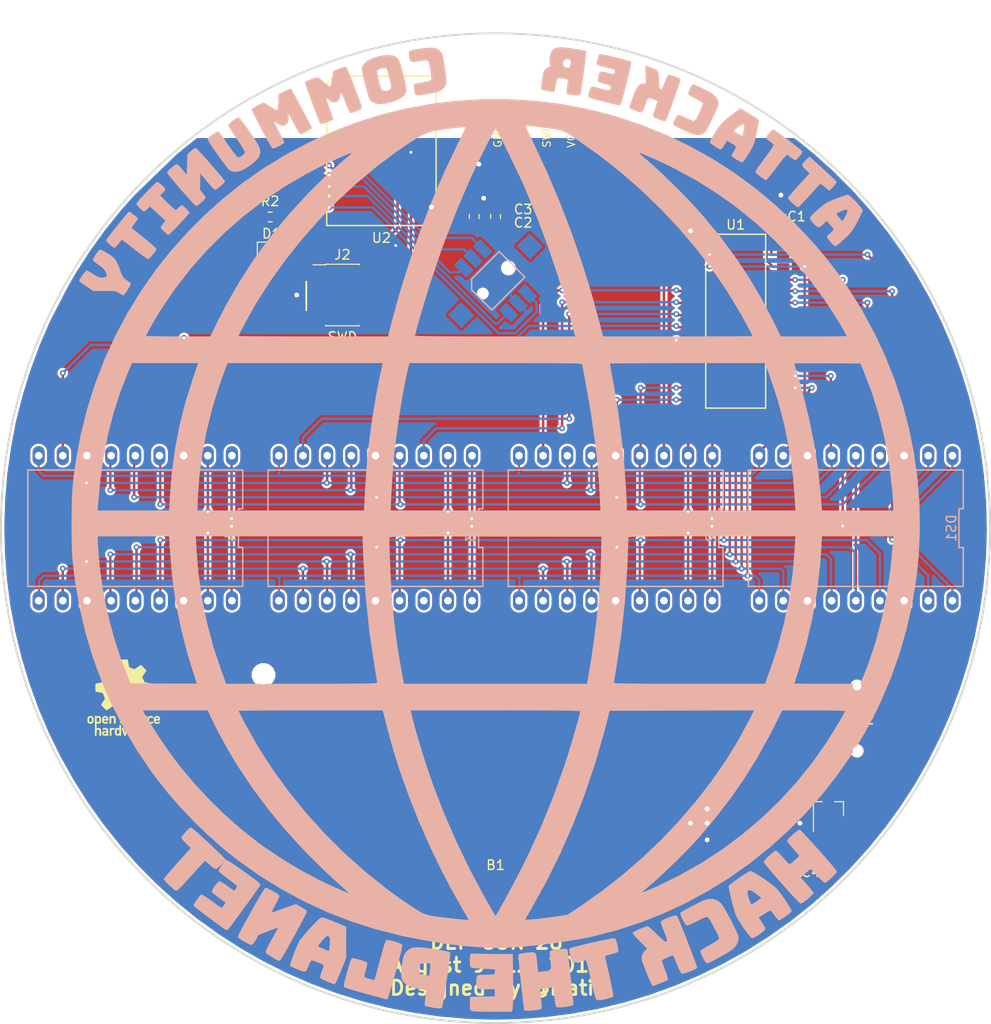
<source format=kicad_pcb>
(kicad_pcb (version 20171130) (host pcbnew 5.0.0-rc3+dfsg1-1)
  (layers (0 F.Cu signal) (31 B.Cu signal) (34 B.Paste user) (35 F.Paste user) (36 B.SilkS user) (37 F.SilkS user) (38 B.Mask user) (39 F.Mask user) (44 Edge.Cuts user))
  (net 0 "")
  (net 1 GND)
  (net 2 VDD)
  (net 3 /C)
  (net 4 /B)
  (net 5 /DP)
  (net 6 /DIG7)
  (net 7 /D)
  (net 8 /A)
  (net 9 /G2)
  (net 10 /G1)
  (net 11 /N)
  (net 12 /K)
  (net 13 /M)
  (net 14 /J)
  (net 15 "Net-(DS1-Pad3)")
  (net 16 /DIG6)
  (net 17 /L)
  (net 18 /H)
  (net 19 /E)
  (net 20 /F)
  (net 21 /DIG0)
  (net 22 "Net-(DS2-Pad3)")
  (net 23 /DIG1)
  (net 24 /DIG3)
  (net 25 "Net-(DS3-Pad3)")
  (net 26 /DIG2)
  (net 27 /DIG4)
  (net 28 "Net-(DS4-Pad3)")
  (net 29 /DIG5)
  (net 30 /SDA)
  (net 31 /SCL)
  (net 32 "Net-(U1-Pad10)")
  (net 33 /RESET)
  (net 34 "Net-(D1-Pad1)")
  (net 35 /LED1)
  (net 36 /RT)
  (net 37 /UP)
  (net 38 /CTR)
  (net 39 /DN)
  (net 40 /LT)
  (net 41 /SWDIO)
  (net 42 /SWDCLK)
  (net 43 "Net-(B1-Pad1)")
  (net 44 "Net-(B1-Pad2)")
  (net 45 "Net-(Q1-Pad3)")
  (net 46 "Net-(SW2-Pad3)")
  (net 47 "Net-(U2-Pad1)")
  (net 48 "Net-(U2-Pad2)")
  (net 49 "Net-(U2-Pad13)")
  (net 50 "Net-(J2-Pad6)")
  (net 51 "Net-(J2-Pad7)")
  (net 52 "Net-(J2-Pad8)")
  (net 53 "Net-(J2-Pad10)")
  (module DC26badge:HT16K133 (layer F.Cu) (at 180.75 58.75 270)
    (fp_text reference U1 (at -10.135 0) (layer F.SilkS))
    (fp_text value HT16K33-28)
    (pad 14 smd rect (at 8.255 4.9911 270) (size 0.76 1.3) (layers F.Cu F.Paste F.Mask) (net 12 /K))
    (pad 15 smd rect (at 8.255 -4.9911 270) (size 0.76 1.3) (layers F.Cu F.Paste F.Mask) (net 4 /B))
    (pad 13 smd rect (at 6.985 4.9911 270) (size 0.76 1.3) (layers F.Cu F.Paste F.Mask) (net 14 /J))
    (pad 16 smd rect (at 6.985 -4.9911 270) (size 0.76 1.3) (layers F.Cu F.Paste F.Mask) (net 8 /A))
    (pad 12 smd rect (at 5.715 4.9911 270) (size 0.76 1.3) (layers F.Cu F.Paste F.Mask) (net 18 /H))
    (pad 17 smd rect (at 5.715 -4.9911 270) (size 0.76 1.3) (layers F.Cu F.Paste F.Mask) (net 10 /G1))
    (pad 11 smd rect (at 4.445 4.9911 270) (size 0.76 1.3) (layers F.Cu F.Paste F.Mask) (net 20 /F))
    (pad 18 smd rect (at 4.445 -4.9911 270) (size 0.76 1.3) (layers F.Cu F.Paste F.Mask) (net 3 /C))
    (pad 10 smd rect (at 3.175 4.9911 270) (size 0.76 1.3) (layers F.Cu F.Paste F.Mask) (net 32 "Net-(U1-Pad10)"))
    (pad 19 smd rect (at 3.175 -4.9911 270) (size 0.76 1.3) (layers F.Cu F.Paste F.Mask) (net 5 /DP))
    (pad 9 smd rect (at 1.905 4.9911 270) (size 0.76 1.3) (layers F.Cu F.Paste F.Mask) (net 6 /DIG7))
    (pad 20 smd rect (at 1.905 -4.9911 270) (size 0.76 1.3) (layers F.Cu F.Paste F.Mask) (net 7 /D))
    (pad 8 smd rect (at 0.635 4.9911 270) (size 0.76 1.3) (layers F.Cu F.Paste F.Mask) (net 16 /DIG6))
    (pad 21 smd rect (at 0.635 -4.9911 270) (size 0.76 1.3) (layers F.Cu F.Paste F.Mask) (net 9 /G2))
    (pad 7 smd rect (at -0.635 4.9911 270) (size 0.76 1.3) (layers F.Cu F.Paste F.Mask) (net 29 /DIG5))
    (pad 22 smd rect (at -0.635 -4.9911 270) (size 0.76 1.3) (layers F.Cu F.Paste F.Mask) (net 13 /M))
    (pad 6 smd rect (at -1.905 4.9911 270) (size 0.76 1.3) (layers F.Cu F.Paste F.Mask) (net 27 /DIG4))
    (pad 23 smd rect (at -1.905 -4.9911 270) (size 0.76 1.3) (layers F.Cu F.Paste F.Mask) (net 11 /N))
    (pad 5 smd rect (at -3.175 4.9911 270) (size 0.76 1.3) (layers F.Cu F.Paste F.Mask) (net 24 /DIG3))
    (pad 24 smd rect (at -3.175 -4.9911 270) (size 0.76 1.3) (layers F.Cu F.Paste F.Mask) (net 17 /L))
    (pad 4 smd rect (at -4.445 4.9911 270) (size 0.76 1.3) (layers F.Cu F.Paste F.Mask) (net 26 /DIG2))
    (pad 25 smd rect (at -4.445 -4.9911 270) (size 0.76 1.3) (layers F.Cu F.Paste F.Mask) (net 19 /E))
    (pad 3 smd rect (at -5.715 4.9911 270) (size 0.76 1.3) (layers F.Cu F.Paste F.Mask) (net 23 /DIG1))
    (pad 26 smd rect (at -5.715 -4.9911 270) (size 0.76 1.3) (layers F.Cu F.Paste F.Mask) (net 31 /SCL))
    (pad 2 smd rect (at -6.985 4.9911 270) (size 0.76 1.3) (layers F.Cu F.Paste F.Mask) (net 21 /DIG0))
    (pad 27 smd rect (at -6.985 -4.9911 270) (size 0.76 1.3) (layers F.Cu F.Paste F.Mask) (net 30 /SDA))
    (pad 1 smd rect (at -8.255 4.9911 270) (size 0.76 1.3) (layers F.Cu F.Paste F.Mask) (net 1 GND))
    (pad 28 smd rect (at -8.255 -4.9911 270) (size 0.76 1.3) (layers F.Cu F.Paste F.Mask) (net 2 VDD))
  )
  (module Connector_PinHeader_1.27mm:PinHeader_2x05_P1.27mm_Vertical_SMD (layer F.Cu) (at 139.4 56)
    (fp_text reference J2 (at 0 -4.235) (layer F.SilkS))
    (fp_text value SWD (at 0 4.4) (layer F.SilkS))
    (pad 1 smd rect (at -1.95 -2.54) (size 2.4 0.74) (layers F.Cu F.Paste F.Mask) (net 2 VDD))
    (pad 2 smd rect (at 1.95 -2.54) (size 2.4 0.74) (layers F.Cu F.Paste F.Mask) (net 41 /SWDIO))
    (pad 3 smd rect (at -1.95 -1.27) (size 2.4 0.74) (layers F.Cu F.Paste F.Mask) (net 1 GND))
    (pad 4 smd rect (at 1.95 -1.27) (size 2.4 0.74) (layers F.Cu F.Paste F.Mask) (net 42 /SWDCLK))
    (pad 5 smd rect (at -1.95 0) (size 2.4 0.74) (layers F.Cu F.Paste F.Mask) (net 1 GND))
    (pad 6 smd rect (at 1.95 0) (size 2.4 0.74) (layers F.Cu F.Paste F.Mask) (net 50 "Net-(J2-Pad6)"))
    (pad 7 smd rect (at -1.95 1.27) (size 2.4 0.74) (layers F.Cu F.Paste F.Mask) (net 51 "Net-(J2-Pad7)"))
    (pad 8 smd rect (at 1.95 1.27) (size 2.4 0.74) (layers F.Cu F.Paste F.Mask) (net 52 "Net-(J2-Pad8)"))
    (pad 9 smd rect (at -1.95 2.54) (size 2.4 0.74) (layers F.Cu F.Paste F.Mask) (net 1 GND))
    (pad 10 smd rect (at 1.95 2.54) (size 2.4 0.74) (layers F.Cu F.Paste F.Mask) (net 53 "Net-(J2-Pad10)"))
  )
  (module DC26badge:SWD_POGO (layer F.Cu) (at 159.48 42.25 180)
    (fp_text reference J1 hide)
    (fp_text value SWD_POGO)
    (pad 1 smd circle (at -3.81 0 180) (size 2 2) (layers F.Cu F.Paste F.Mask) (net 2 VDD))
    (pad 2 smd circle (at -1.27 0 180) (size 2 2) (layers F.Cu F.Paste F.Mask) (net 41 /SWDIO))
    (pad 3 smd circle (at 1.27 0 180) (size 2 2) (layers F.Cu F.Paste F.Mask) (net 42 /SWDCLK))
    (pad 4 smd circle (at 3.81 0 180) (size 2 2) (layers F.Cu F.Paste F.Mask) (net 1 GND))
  )
  (module MountingHole:MountingHole_3.2mm_M3 (layer F.Cu) (at 155.5 31.5)
    (fp_text reference MK1 hide)
    (fp_text value Mounting_Hole hide)
    (pad 1 np_thru_hole circle (at 0 0) (size 3.2 3.2) (drill 3.2) (layers *.Cu *.Mask))
  )
  (module DC26badge:Keystone_1022 (layer F.Cu) (at 155.5 106)
    (fp_text reference B1 (at 0 9.906) (layer F.SilkS))
    (fp_text value Dual_AAA_Holder)
    (pad 1 smd rect (at 27.559 -5.461) (size 6.35 5.08) (layers F.Cu F.Paste F.Mask) (net 43 "Net-(B1-Pad1)"))
    (pad 2 smd rect (at -27.559 -5.461) (size 6.35 5.08) (layers F.Cu F.Paste F.Mask) (net 44 "Net-(B1-Pad2)"))
    (pad 3 smd rect (at -27.559 5.461) (size 6.35 5.08) (layers F.Cu F.Paste F.Mask) (net 44 "Net-(B1-Pad2)"))
    (pad 4 smd rect (at 27.559 5.461) (size 6.35 5.08) (layers F.Cu F.Paste F.Mask) (net 1 GND))
    (pad "" np_thru_hole circle (at -24.3967 -10.0838) (size 1.9812 1.9812) (drill 1.9812) (layers *.Cu *.Mask))
  )
  (module Capacitor_SMD:C_0603_1608Metric (layer F.Cu) (at 185.5 47.75 270)
    (fp_text reference C1 (at 0 -1.65) (layer F.SilkS))
    (fp_text value 0.1u)
    (pad 2 smd rect (at 0.875 0 270) (size 0.67 1) (layers F.Cu F.Paste F.Mask) (net 2 VDD))
    (pad 1 smd rect (at -0.875 0 270) (size 0.67 1) (layers F.Cu F.Paste F.Mask) (net 1 GND))
  )
  (module Capacitor_SMD:C_0603_1608Metric (layer F.Cu) (at 155.5 47.75 90)
    (fp_text reference C2 (at -0.65 2.9 180) (layer F.SilkS))
    (fp_text value 4.7u)
    (pad 1 smd rect (at -0.875 0 90) (size 0.67 1) (layers F.Cu F.Paste F.Mask) (net 2 VDD))
    (pad 2 smd rect (at 0.875 0 90) (size 0.67 1) (layers F.Cu F.Paste F.Mask) (net 1 GND))
  )
  (module Capacitor_SMD:C_0603_1608Metric (layer F.Cu) (at 153.25 47.75 90)
    (fp_text reference C3 (at 0.75 5.15 180) (layer F.SilkS))
    (fp_text value 0.1u)
    (pad 2 smd rect (at 0.875 0 90) (size 0.67 1) (layers F.Cu F.Paste F.Mask) (net 1 GND))
    (pad 1 smd rect (at -0.875 0 90) (size 0.67 1) (layers F.Cu F.Paste F.Mask) (net 2 VDD))
  )
  (module Capacitor_SMD:C_0603_1608Metric (layer F.Cu) (at 188.625 115 180)
    (fp_text reference C4 (at 0 -1.65 180) (layer F.SilkS))
    (fp_text value 0.1u)
    (pad 1 smd rect (at -0.875 0 180) (size 0.67 1) (layers F.Cu F.Paste F.Mask) (net 2 VDD))
    (pad 2 smd rect (at 0.875 0 180) (size 0.67 1) (layers F.Cu F.Paste F.Mask) (net 1 GND))
  )
  (module LED_SMD:LED_0603_1608Metric (layer F.Cu) (at 131.925 51.2)
    (fp_text reference D1 (at 0 -1.65) (layer F.SilkS))
    (fp_text value LED)
    (pad 1 smd rect (at -0.875 0) (size 0.67 1) (layers F.Cu F.Paste F.Mask) (net 34 "Net-(D1-Pad1)"))
    (pad 2 smd rect (at 0.875 0) (size 0.67 1) (layers F.Cu F.Paste F.Mask) (net 2 VDD))
  )
  (module DC26badge:DUAL_14SEG (layer B.Cu) (at 193.375 80.5 180)
    (fp_text reference DS1 (at -10.05 0 90) (layer B.SilkS) (effects (justify mirror)))
    (fp_text value 14_Segment_Dual_CC)
    (pad 9 thru_hole oval (at 10.16 -7.62 180) (size 1.27 2) (drill 0.8) (layers *.Cu *.Mask) (net 3 /C))
    (pad 10 thru_hole oval (at 10.16 7.62 180) (size 1.27 2) (drill 0.8) (layers *.Cu *.Mask) (net 4 /B))
    (pad 8 thru_hole oval (at 7.62 -7.62 180) (size 1.27 2) (drill 0.8) (layers *.Cu *.Mask) (net 5 /DP))
    (pad 11 thru_hole oval (at 7.62 7.62 180) (size 1.27 2) (drill 0.8) (layers *.Cu *.Mask) (net 23 /DIG1))
    (pad 7 thru_hole oval (at 5.08 -7.62 180) (size 1.27 2) (drill 0.8) (layers *.Cu *.Mask) (net 7 /D))
    (pad 12 thru_hole oval (at 5.08 7.62 180) (size 1.27 2) (drill 0.8) (layers *.Cu *.Mask) (net 8 /A))
    (pad 6 thru_hole oval (at 2.54 -7.62 180) (size 1.27 2) (drill 0.8) (layers *.Cu *.Mask) (net 9 /G2))
    (pad 13 thru_hole oval (at 2.54 7.62 180) (size 1.27 2) (drill 0.8) (layers *.Cu *.Mask) (net 10 /G1))
    (pad 5 thru_hole oval (at 0 -7.62 180) (size 1.27 2) (drill 0.8) (layers *.Cu *.Mask) (net 11 /N))
    (pad 14 thru_hole oval (at 0 7.62 180) (size 1.27 2) (drill 0.8) (layers *.Cu *.Mask) (net 12 /K))
    (pad 4 thru_hole oval (at -2.54 -7.62 180) (size 1.27 2) (drill 0.8) (layers *.Cu *.Mask) (net 13 /M))
    (pad 15 thru_hole oval (at -2.54 7.62 180) (size 1.27 2) (drill 0.8) (layers *.Cu *.Mask) (net 14 /J))
    (pad 3 thru_hole oval (at -5.08 -7.62 180) (size 1.27 2) (drill 0.8) (layers *.Cu *.Mask) (net 15 "Net-(DS1-Pad3)"))
    (pad 16 thru_hole oval (at -5.08 7.62 180) (size 1.27 2) (drill 0.8) (layers *.Cu *.Mask) (net 21 /DIG0))
    (pad 2 thru_hole oval (at -7.62 -7.62 180) (size 1.27 2) (drill 0.8) (layers *.Cu *.Mask) (net 17 /L))
    (pad 17 thru_hole oval (at -7.62 7.62 180) (size 1.27 2) (drill 0.8) (layers *.Cu *.Mask) (net 18 /H))
    (pad 1 thru_hole oval (at -10.16 -7.62 180) (size 1.27 2) (drill 0.8) (layers *.Cu *.Mask) (net 19 /E))
    (pad 18 thru_hole oval (at -10.16 7.62 180) (size 1.27 2) (drill 0.8) (layers *.Cu *.Mask) (net 20 /F))
  )
  (module DC26badge:DUAL_14SEG (layer B.Cu) (at 168.125 80.5 180)
    (fp_text reference DS2 (at -10.05 0 90) (layer B.SilkS) (effects (justify mirror)))
    (fp_text value 14_Segment_Dual_CC)
    (pad 18 thru_hole oval (at -10.16 7.62 180) (size 1.27 2) (drill 0.8) (layers *.Cu *.Mask) (net 20 /F))
    (pad 1 thru_hole oval (at -10.16 -7.62 180) (size 1.27 2) (drill 0.8) (layers *.Cu *.Mask) (net 19 /E))
    (pad 17 thru_hole oval (at -7.62 7.62 180) (size 1.27 2) (drill 0.8) (layers *.Cu *.Mask) (net 18 /H))
    (pad 2 thru_hole oval (at -7.62 -7.62 180) (size 1.27 2) (drill 0.8) (layers *.Cu *.Mask) (net 17 /L))
    (pad 16 thru_hole oval (at -5.08 7.62 180) (size 1.27 2) (drill 0.8) (layers *.Cu *.Mask) (net 26 /DIG2))
    (pad 3 thru_hole oval (at -5.08 -7.62 180) (size 1.27 2) (drill 0.8) (layers *.Cu *.Mask) (net 22 "Net-(DS2-Pad3)"))
    (pad 15 thru_hole oval (at -2.54 7.62 180) (size 1.27 2) (drill 0.8) (layers *.Cu *.Mask) (net 14 /J))
    (pad 4 thru_hole oval (at -2.54 -7.62 180) (size 1.27 2) (drill 0.8) (layers *.Cu *.Mask) (net 13 /M))
    (pad 14 thru_hole oval (at 0 7.62 180) (size 1.27 2) (drill 0.8) (layers *.Cu *.Mask) (net 12 /K))
    (pad 5 thru_hole oval (at 0 -7.62 180) (size 1.27 2) (drill 0.8) (layers *.Cu *.Mask) (net 11 /N))
    (pad 13 thru_hole oval (at 2.54 7.62 180) (size 1.27 2) (drill 0.8) (layers *.Cu *.Mask) (net 10 /G1))
    (pad 6 thru_hole oval (at 2.54 -7.62 180) (size 1.27 2) (drill 0.8) (layers *.Cu *.Mask) (net 9 /G2))
    (pad 12 thru_hole oval (at 5.08 7.62 180) (size 1.27 2) (drill 0.8) (layers *.Cu *.Mask) (net 8 /A))
    (pad 7 thru_hole oval (at 5.08 -7.62 180) (size 1.27 2) (drill 0.8) (layers *.Cu *.Mask) (net 7 /D))
    (pad 11 thru_hole oval (at 7.62 7.62 180) (size 1.27 2) (drill 0.8) (layers *.Cu *.Mask) (net 24 /DIG3))
    (pad 8 thru_hole oval (at 7.62 -7.62 180) (size 1.27 2) (drill 0.8) (layers *.Cu *.Mask) (net 5 /DP))
    (pad 10 thru_hole oval (at 10.16 7.62 180) (size 1.27 2) (drill 0.8) (layers *.Cu *.Mask) (net 4 /B))
    (pad 9 thru_hole oval (at 10.16 -7.62 180) (size 1.27 2) (drill 0.8) (layers *.Cu *.Mask) (net 3 /C))
  )
  (module DC26badge:DUAL_14SEG (layer B.Cu) (at 142.875 80.5 180)
    (fp_text reference DS3 (at -10.05 0 90) (layer B.SilkS) (effects (justify mirror)))
    (fp_text value 14_Segment_Dual_CC)
    (pad 18 thru_hole oval (at -10.16 7.62 180) (size 1.27 2) (drill 0.8) (layers *.Cu *.Mask) (net 20 /F))
    (pad 1 thru_hole oval (at -10.16 -7.62 180) (size 1.27 2) (drill 0.8) (layers *.Cu *.Mask) (net 19 /E))
    (pad 17 thru_hole oval (at -7.62 7.62 180) (size 1.27 2) (drill 0.8) (layers *.Cu *.Mask) (net 18 /H))
    (pad 2 thru_hole oval (at -7.62 -7.62 180) (size 1.27 2) (drill 0.8) (layers *.Cu *.Mask) (net 17 /L))
    (pad 16 thru_hole oval (at -5.08 7.62 180) (size 1.27 2) (drill 0.8) (layers *.Cu *.Mask) (net 27 /DIG4))
    (pad 3 thru_hole oval (at -5.08 -7.62 180) (size 1.27 2) (drill 0.8) (layers *.Cu *.Mask) (net 25 "Net-(DS3-Pad3)"))
    (pad 15 thru_hole oval (at -2.54 7.62 180) (size 1.27 2) (drill 0.8) (layers *.Cu *.Mask) (net 14 /J))
    (pad 4 thru_hole oval (at -2.54 -7.62 180) (size 1.27 2) (drill 0.8) (layers *.Cu *.Mask) (net 13 /M))
    (pad 14 thru_hole oval (at 0 7.62 180) (size 1.27 2) (drill 0.8) (layers *.Cu *.Mask) (net 12 /K))
    (pad 5 thru_hole oval (at 0 -7.62 180) (size 1.27 2) (drill 0.8) (layers *.Cu *.Mask) (net 11 /N))
    (pad 13 thru_hole oval (at 2.54 7.62 180) (size 1.27 2) (drill 0.8) (layers *.Cu *.Mask) (net 10 /G1))
    (pad 6 thru_hole oval (at 2.54 -7.62 180) (size 1.27 2) (drill 0.8) (layers *.Cu *.Mask) (net 9 /G2))
    (pad 12 thru_hole oval (at 5.08 7.62 180) (size 1.27 2) (drill 0.8) (layers *.Cu *.Mask) (net 8 /A))
    (pad 7 thru_hole oval (at 5.08 -7.62 180) (size 1.27 2) (drill 0.8) (layers *.Cu *.Mask) (net 7 /D))
    (pad 11 thru_hole oval (at 7.62 7.62 180) (size 1.27 2) (drill 0.8) (layers *.Cu *.Mask) (net 29 /DIG5))
    (pad 8 thru_hole oval (at 7.62 -7.62 180) (size 1.27 2) (drill 0.8) (layers *.Cu *.Mask) (net 5 /DP))
    (pad 10 thru_hole oval (at 10.16 7.62 180) (size 1.27 2) (drill 0.8) (layers *.Cu *.Mask) (net 4 /B))
    (pad 9 thru_hole oval (at 10.16 -7.62 180) (size 1.27 2) (drill 0.8) (layers *.Cu *.Mask) (net 3 /C))
  )
  (module DC26badge:DUAL_14SEG (layer B.Cu) (at 117.625 80.5 180)
    (fp_text reference DS4 (at -10.05 0 90) (layer B.SilkS) (effects (justify mirror)))
    (fp_text value 14_Segment_Dual_CC)
    (pad 9 thru_hole oval (at 10.16 -7.62 180) (size 1.27 2) (drill 0.8) (layers *.Cu *.Mask) (net 3 /C))
    (pad 10 thru_hole oval (at 10.16 7.62 180) (size 1.27 2) (drill 0.8) (layers *.Cu *.Mask) (net 4 /B))
    (pad 8 thru_hole oval (at 7.62 -7.62 180) (size 1.27 2) (drill 0.8) (layers *.Cu *.Mask) (net 5 /DP))
    (pad 11 thru_hole oval (at 7.62 7.62 180) (size 1.27 2) (drill 0.8) (layers *.Cu *.Mask) (net 6 /DIG7))
    (pad 7 thru_hole oval (at 5.08 -7.62 180) (size 1.27 2) (drill 0.8) (layers *.Cu *.Mask) (net 7 /D))
    (pad 12 thru_hole oval (at 5.08 7.62 180) (size 1.27 2) (drill 0.8) (layers *.Cu *.Mask) (net 8 /A))
    (pad 6 thru_hole oval (at 2.54 -7.62 180) (size 1.27 2) (drill 0.8) (layers *.Cu *.Mask) (net 9 /G2))
    (pad 13 thru_hole oval (at 2.54 7.62 180) (size 1.27 2) (drill 0.8) (layers *.Cu *.Mask) (net 10 /G1))
    (pad 5 thru_hole oval (at 0 -7.62 180) (size 1.27 2) (drill 0.8) (layers *.Cu *.Mask) (net 11 /N))
    (pad 14 thru_hole oval (at 0 7.62 180) (size 1.27 2) (drill 0.8) (layers *.Cu *.Mask) (net 12 /K))
    (pad 4 thru_hole oval (at -2.54 -7.62 180) (size 1.27 2) (drill 0.8) (layers *.Cu *.Mask) (net 13 /M))
    (pad 15 thru_hole oval (at -2.54 7.62 180) (size 1.27 2) (drill 0.8) (layers *.Cu *.Mask) (net 14 /J))
    (pad 3 thru_hole oval (at -5.08 -7.62 180) (size 1.27 2) (drill 0.8) (layers *.Cu *.Mask) (net 28 "Net-(DS4-Pad3)"))
    (pad 16 thru_hole oval (at -5.08 7.62 180) (size 1.27 2) (drill 0.8) (layers *.Cu *.Mask) (net 16 /DIG6))
    (pad 2 thru_hole oval (at -7.62 -7.62 180) (size 1.27 2) (drill 0.8) (layers *.Cu *.Mask) (net 17 /L))
    (pad 17 thru_hole oval (at -7.62 7.62 180) (size 1.27 2) (drill 0.8) (layers *.Cu *.Mask) (net 18 /H))
    (pad 1 thru_hole oval (at -10.16 -7.62 180) (size 1.27 2) (drill 0.8) (layers *.Cu *.Mask) (net 19 /E))
    (pad 18 thru_hole oval (at -10.16 7.62 180) (size 1.27 2) (drill 0.8) (layers *.Cu *.Mask) (net 20 /F))
  )
  (module Package_TO_SOT_SMD:SOT-23_Handsoldering (layer F.Cu) (at 190.5 110 90)
    (fp_text reference Q1 (at 1.6 -2.3 180) (layer F.SilkS))
    (fp_text value SSM3J338)
    (pad 1 smd rect (at -1.5 -0.95 90) (size 1.9 0.8) (layers F.Cu F.Paste F.Mask) (net 1 GND))
    (pad 2 smd rect (at -1.5 0.95 90) (size 1.9 0.8) (layers F.Cu F.Paste F.Mask) (net 2 VDD))
    (pad 3 smd rect (at 1.5 0 90) (size 1.9 0.8) (layers F.Cu F.Paste F.Mask) (net 45 "Net-(Q1-Pad3)"))
  )
  (module Resistor_SMD:R_0603_1608Metric (layer F.Cu) (at 131.8 47.8)
    (fp_text reference R2 (at 0 -1.65) (layer F.SilkS))
    (fp_text value 1k)
    (pad 1 smd rect (at -0.875 0) (size 0.67 1) (layers F.Cu F.Paste F.Mask) (net 34 "Net-(D1-Pad1)"))
    (pad 2 smd rect (at 0.875 0) (size 0.67 1) (layers F.Cu F.Paste F.Mask) (net 35 /LED1))
  )
  (module DC26badge:JOYSTICK (layer B.Cu) (at 155.5 54.5 45)
    (fp_text reference SW1 hide)
    (fp_text value JOYSTICK)
    (pad 4 smd rect (at -1.4 3.325001 45) (size 1.1 1.85) (layers B.Cu B.Paste B.Mask) (net 36 /RT))
    (pad 1 smd rect (at -1.4 -3.325001 45) (size 1.1 1.85) (layers B.Cu B.Paste B.Mask) (net 37 /UP))
    (pad 5 smd rect (at 0 3.325 45) (size 1.1 1.85) (layers B.Cu B.Paste B.Mask) (net 1 GND))
    (pad 2 smd rect (at 0 -3.325 45) (size 1.1 1.85) (layers B.Cu B.Paste B.Mask) (net 38 /CTR))
    (pad 6 smd rect (at 1.4 3.325001 45) (size 1.1 1.85) (layers B.Cu B.Paste B.Mask) (net 39 /DN))
    (pad 3 smd rect (at 1.4 -3.325001 45) (size 1.1 1.85) (layers B.Cu B.Paste B.Mask) (net 40 /LT))
    (pad "" smd rect (at 5.100001 0 45) (size 1.9 2) (layers B.Cu B.Paste B.Mask))
    (pad "" smd rect (at -5.100001 0 45) (size 1.9 2) (layers B.Cu B.Paste B.Mask))
    (pad "" np_thru_hole circle (at -1.9 0 45) (size 0.75 0.75) (drill 0.75) (layers *.Cu *.Mask))
    (pad "" np_thru_hole circle (at 1.9 0 45) (size 1.05 1.05) (drill 1.05) (layers *.Cu *.Mask))
  )
  (module DC26badge:JS102011SAQN (layer F.Cu) (at 193.5 100.5 90)
    (fp_text reference SW2 (at -0.1 0.3 180) (layer F.SilkS))
    (fp_text value SW_SPDT)
    (pad 2 smd rect (at 0 -2.75 90) (size 1.2 2.5) (layers F.Cu F.Paste F.Mask) (net 43 "Net-(B1-Pad1)"))
    (pad 1 smd rect (at -2.5 -2.75 90) (size 1.2 2.5) (layers F.Cu F.Paste F.Mask) (net 45 "Net-(Q1-Pad3)"))
    (pad 3 smd rect (at 2.5 -2.75 90) (size 1.2 2.5) (layers F.Cu F.Paste F.Mask) (net 46 "Net-(SW2-Pad3)"))
    (pad "" np_thru_hole circle (at -3.4 0 90) (size 0.9 0.9) (drill 0.9) (layers *.Cu *.Mask))
    (pad "" np_thru_hole circle (at 3.4 0 90) (size 0.9 0.9) (drill 0.9) (layers *.Cu *.Mask))
  )
  (module DC26badge:BT832 (layer F.Cu) (at 143.5 44 270)
    (fp_text reference U2 (at 6 0) (layer F.SilkS))
    (fp_text value BT832)
    (pad 16 smd rect (at -3.85 -7.25 270) (size 0.7 2) (layers F.Cu F.Paste F.Mask) (net 41 /SWDIO))
    (pad 1 smd rect (at -3.85 7.25 270) (size 0.7 2) (layers F.Cu F.Paste F.Mask) (net 47 "Net-(U2-Pad1)"))
    (pad 15 smd rect (at -2.75 -7.25 270) (size 0.7 2) (layers F.Cu F.Paste F.Mask) (net 42 /SWDCLK))
    (pad 2 smd rect (at -2.75 7.25 270) (size 0.7 2) (layers F.Cu F.Paste F.Mask) (net 48 "Net-(U2-Pad2)"))
    (pad 14 smd rect (at -1.65 -7.25 270) (size 0.7 2) (layers F.Cu F.Paste F.Mask) (net 33 /RESET))
    (pad 3 smd rect (at -1.65 7.25 270) (size 0.7 2) (layers F.Cu F.Paste F.Mask) (net 40 /LT))
    (pad 13 smd rect (at -0.55 -7.25 270) (size 0.7 2) (layers F.Cu F.Paste F.Mask) (net 49 "Net-(U2-Pad13)"))
    (pad 4 smd rect (at -0.55 7.25 270) (size 0.7 2) (layers F.Cu F.Paste F.Mask) (net 38 /CTR))
    (pad 12 smd rect (at 0.55 -7.25 270) (size 0.7 2) (layers F.Cu F.Paste F.Mask) (net 30 /SDA))
    (pad 5 smd rect (at 0.55 7.25 270) (size 0.7 2) (layers F.Cu F.Paste F.Mask) (net 37 /UP))
    (pad 11 smd rect (at 1.65 -7.25 270) (size 0.7 2) (layers F.Cu F.Paste F.Mask) (net 31 /SCL))
    (pad 6 smd rect (at 1.65 7.25 270) (size 0.7 2) (layers F.Cu F.Paste F.Mask) (net 36 /RT))
    (pad 10 smd rect (at 2.75 -7.25 270) (size 0.7 2) (layers F.Cu F.Paste F.Mask) (net 1 GND))
    (pad 7 smd rect (at 2.75 7.25 270) (size 0.7 2) (layers F.Cu F.Paste F.Mask) (net 39 /DN))
    (pad 9 smd rect (at 3.85 -7.25 270) (size 0.7 2) (layers F.Cu F.Paste F.Mask) (net 2 VDD))
    (pad 8 smd rect (at 3.85 7.25 270) (size 0.7 2) (layers F.Cu F.Paste F.Mask) (net 35 /LED1))
  )
  (module DC26badge:BG_GLOBE (layer B.Cu) (at 155.5 80 180)
    (fp_text reference G*** hide)
    (fp_text value LOGO hide)
  )
  (module Symbol:OSHW-Logo_7.5x8mm_SilkScreen (layer F.Cu) (at 116.4 98.3)
    (fp_text reference REF** hide)
    (fp_text value OSHW-Logo_7.5x8mm_SilkScreen hide)
  )
  (gr_line (start 135.6 54.6) (end 135.6 57.6) (layer F.SilkS) (width 0.2))
  (gr_text "GND\n\nSWDCLK\n\nSWDIO\n\nVCC" (at 159.6 40.6 90) (layer F.SilkS) (effects (font (size 0.8 0.8) (thickness 0.12)) (justify left)))
  (gr_text "DEF CON 26\nAugust 9-12, 2018\nDesigned by @Matir" (at 155.6 126.4) (layer F.SilkS) (effects (font (size 1.5 1.5) (thickness 0.3))))
  (gr_text "DEF CON 26\nAugust 9-12, 2018\nDesigned by @Matir" (at 155.6 126.4) (layer F.Cu) (effects (font (size 1.5 1.5) (thickness 0.3))))
  (gr_circle (center 155.5 80.5) (end 207.5 80.5) (layer Edge.Cuts) (width 0.2))
  (segment (start 146.6 41) (end 146.899999 40.700001) (width 0.25) (layer F.Cu) (net 1))
  (segment (start 146.899999 40.700001) (end 146.999999 40.700001) (width 0.25) (layer F.Cu) (net 1))
  (segment (start 146.999999 40.700001) (end 147 40.7) (width 0.25) (layer F.Cu) (net 1))
  (segment (start 148.8 40.7) (end 147 40.7) (width 0.25) (layer F.Cu) (net 1))
  (segment (start 147 40.7) (end 146.97499 40.72501) (width 0.25) (layer F.Cu) (net 1))
  (segment (start 146.02499 49.77501) (end 146.02499 41.67501) (width 0.5) (layer F.Cu) (net 1))
  (segment (start 145 50.8) (end 146.02499 49.77501) (width 0.5) (layer F.Cu) (net 1))
  (via (at 145 50.8) (size 0.6) (drill 0.3) (layers F.Cu B.Cu) (net 1))
  (via (at 146.6 41) (size 0.6) (drill 0.3) (layers F.Cu B.Cu) (net 1))
  (segment (start 135 56) (end 134.6 56) (width 1) (layer F.Cu) (net 1))
  (via (at 134.6 56) (size 1) (drill 0.5) (layers F.Cu B.Cu) (net 1))
  (segment (start 135 56) (end 135 55.4) (width 0.5) (layer F.Cu) (net 1))
  (segment (start 135 58) (end 135 56) (width 0.5) (layer F.Cu) (net 1))
  (segment (start 137.45 56) (end 135 56) (width 0.5) (layer F.Cu) (net 1))
  (segment (start 135 55.4) (end 135.67 54.73) (width 0.5) (layer F.Cu) (net 1))
  (segment (start 135.67 54.73) (end 137.45 54.73) (width 0.5) (layer F.Cu) (net 1))
  (segment (start 135.54 58.54) (end 135 58) (width 0.5) (layer F.Cu) (net 1))
  (segment (start 137.45 58.54) (end 135.54 58.54) (width 0.5) (layer F.Cu) (net 1))
  (segment (start 175.98 49.27) (end 176 49.25) (width 1) (layer F.Cu) (net 1))
  (segment (start 175.98 50.495) (end 175.98 49.27) (width 1) (layer F.Cu) (net 1))
  (via (at 176 49.25) (size 1) (drill 0.5) (layers F.Cu B.Cu) (net 1))
  (segment (start 185.5 46.875) (end 185.5 45.5) (width 1) (layer F.Cu) (net 1))
  (via (at 185.5 45.5) (size 1) (drill 0.5) (layers F.Cu B.Cu) (net 1))
  (segment (start 187.75 115) (end 187.75 111.75) (width 1) (layer F.Cu) (net 1))
  (segment (start 187.75 111.75) (end 187.5 111.5) (width 1) (layer F.Cu) (net 1))
  (via (at 176 111.5) (size 1) (drill 0.5) (layers F.Cu B.Cu) (net 1))
  (via (at 177.75 113.25) (size 1) (drill 0.5) (layers F.Cu B.Cu) (net 1))
  (via (at 177.75 110) (size 1) (drill 0.5) (layers F.Cu B.Cu) (net 1))
  (segment (start 177.75 111.5) (end 177.789 111.461) (width 1) (layer F.Cu) (net 1))
  (segment (start 183.059 111.461) (end 177.789 111.461) (width 5) (layer F.Cu) (net 1))
  (via (at 177.75 111.5) (size 1) (drill 0.5) (layers F.Cu B.Cu) (net 1))
  (segment (start 189.55 111.5) (end 187.5 111.5) (width 1) (layer F.Cu) (net 1))
  (segment (start 187.461 111.461) (end 187.5 111.5) (width 2.5) (layer F.Cu) (net 1))
  (segment (start 183.059 111.461) (end 187.461 111.461) (width 2.5) (layer F.Cu) (net 1))
  (via (at 187.5 111.5) (size 1) (drill 0.5) (layers F.Cu B.Cu) (net 1))
  (segment (start 150.75 46.75) (end 148.75 46.75) (width 0.5) (layer F.Cu) (net 1))
  (via (at 148.75 46.75) (size 1) (drill 0.5) (layers F.Cu B.Cu) (net 1))
  (segment (start 153.25 46.875) (end 154.25 46.875) (width 1) (layer F.Cu) (net 1))
  (segment (start 154.25 46.875) (end 155.5 46.875) (width 1) (layer F.Cu) (net 1))
  (segment (start 154.25 46.875) (end 154.25 45.825) (width 1) (layer F.Cu) (net 1))
  (via (at 154.25 45.825) (size 1) (drill 0.5) (layers F.Cu B.Cu) (net 1))
  (segment (start 155.67 42.25) (end 153.75 42.25) (width 1) (layer F.Cu) (net 1))
  (via (at 153.75 42.25) (size 1) (drill 0.5) (layers F.Cu B.Cu) (net 1))
  (segment (start 150.75 46.75) (end 153.125 46.75) (width 0.5) (layer F.Cu) (net 1))
  (segment (start 153.125 46.75) (end 153.25 46.875) (width 0.5) (layer F.Cu) (net 1))
  (segment (start 185.52 50.495) (end 185.52 48.645) (width 1) (layer F.Cu) (net 2))
  (segment (start 185.52 48.645) (end 185.5 48.625) (width 1) (layer F.Cu) (net 2))
  (segment (start 153.25 48.625) (end 155.5 48.625) (width 0.5) (layer F.Cu) (net 2))
  (segment (start 150.75 47.85) (end 152.475 47.85) (width 0.5) (layer F.Cu) (net 2))
  (segment (start 152.475 47.85) (end 153.25 48.625) (width 0.5) (layer F.Cu) (net 2))
  (segment (start 182 85.5) (end 182.75 85.5) (width 0.25) (layer B.Cu) (net 3))
  (segment (start 158 85.5) (end 182 85.5) (width 0.25) (layer B.Cu) (net 3))
  (via (at 182 85.5) (size 0.6) (drill 0.3) (layers F.Cu B.Cu) (net 3))
  (segment (start 182 64.25) (end 182 85.5) (width 0.25) (layer F.Cu) (net 3))
  (segment (start 183.055 63.195) (end 182 64.25) (width 0.25) (layer F.Cu) (net 3))
  (segment (start 185.52 63.195) (end 183.055 63.195) (width 0.25) (layer F.Cu) (net 3))
  (segment (start 132.75 85.5) (end 158 85.5) (width 0.25) (layer B.Cu) (net 3))
  (segment (start 108 85.5) (end 132.75 85.5) (width 0.25) (layer B.Cu) (net 3))
  (segment (start 132.715 88.12) (end 132.715 86.87) (width 0.25) (layer B.Cu) (net 3))
  (segment (start 132.715 86.87) (end 132.75 86.835) (width 0.25) (layer B.Cu) (net 3))
  (segment (start 132.75 86.835) (end 132.75 85.5) (width 0.25) (layer B.Cu) (net 3))
  (segment (start 158 87.72) (end 158 85.5) (width 0.25) (layer B.Cu) (net 3))
  (segment (start 157.965 88.12) (end 157.965 87.755) (width 0.25) (layer B.Cu) (net 3))
  (segment (start 157.965 87.755) (end 158 87.72) (width 0.25) (layer B.Cu) (net 3))
  (segment (start 107.5 86) (end 108 85.5) (width 0.25) (layer B.Cu) (net 3))
  (segment (start 107.465 88.12) (end 107.465 87.755) (width 0.25) (layer B.Cu) (net 3))
  (segment (start 107.465 87.755) (end 107.5 87.72) (width 0.25) (layer B.Cu) (net 3))
  (segment (start 182.75 85.5) (end 183.215 85.965) (width 0.25) (layer B.Cu) (net 3))
  (segment (start 107.5 87.72) (end 107.5 86) (width 0.25) (layer B.Cu) (net 3))
  (segment (start 183.215 85.965) (end 183.215 88.12) (width 0.25) (layer B.Cu) (net 3))
  (segment (start 183.215 72.515) (end 185.52 70.21) (width 0.25) (layer F.Cu) (net 4))
  (segment (start 183.215 72.88) (end 183.215 72.515) (width 0.25) (layer F.Cu) (net 4))
  (segment (start 185.52 70.21) (end 185.52 67.005) (width 0.25) (layer F.Cu) (net 4))
  (segment (start 158 75) (end 132.75 75) (width 0.25) (layer B.Cu) (net 4))
  (segment (start 182.345 75) (end 158 75) (width 0.25) (layer B.Cu) (net 4))
  (segment (start 157.965 72.88) (end 157.965 74.965) (width 0.25) (layer B.Cu) (net 4))
  (segment (start 157.965 74.965) (end 158 75) (width 0.25) (layer B.Cu) (net 4))
  (segment (start 132.75 75) (end 108 75) (width 0.25) (layer B.Cu) (net 4))
  (segment (start 132.715 72.88) (end 132.715 74.13) (width 0.25) (layer B.Cu) (net 4))
  (segment (start 132.715 74.13) (end 132.75 74.165) (width 0.25) (layer B.Cu) (net 4))
  (segment (start 132.75 74.165) (end 132.75 75) (width 0.25) (layer B.Cu) (net 4))
  (segment (start 108 75) (end 107.465 74.465) (width 0.25) (layer B.Cu) (net 4))
  (segment (start 107.465 74.465) (end 107.465 72.88) (width 0.25) (layer B.Cu) (net 4))
  (segment (start 183.215 72.88) (end 183.215 74.13) (width 0.25) (layer B.Cu) (net 4))
  (segment (start 183.215 74.13) (end 182.345 75) (width 0.25) (layer B.Cu) (net 4))
  (segment (start 181.375 84.75) (end 160.5 84.75) (width 0.25) (layer B.Cu) (net 5))
  (segment (start 181.375 63.875) (end 181.375 84.75) (width 0.25) (layer F.Cu) (net 5))
  (segment (start 185.5 84.75) (end 181.375 84.75) (width 0.25) (layer B.Cu) (net 5))
  (segment (start 183.325 61.925) (end 181.375 63.875) (width 0.25) (layer F.Cu) (net 5))
  (via (at 181.375 84.75) (size 0.6) (drill 0.3) (layers F.Cu B.Cu) (net 5))
  (segment (start 185.52 61.925) (end 183.325 61.925) (width 0.25) (layer F.Cu) (net 5))
  (segment (start 160.5 84.75) (end 135.25 84.75) (width 0.25) (layer B.Cu) (net 5))
  (segment (start 160.505 88.12) (end 160.505 84.755) (width 0.25) (layer F.Cu) (net 5))
  (segment (start 160.505 84.755) (end 160.5 84.75) (width 0.25) (layer F.Cu) (net 5))
  (via (at 160.5 84.75) (size 0.6) (drill 0.3) (layers F.Cu B.Cu) (net 5))
  (segment (start 135.25 84.75) (end 110 84.75) (width 0.25) (layer B.Cu) (net 5))
  (segment (start 135.255 84.755) (end 135.25 84.75) (width 0.25) (layer F.Cu) (net 5))
  (segment (start 135.255 88.12) (end 135.255 84.755) (width 0.25) (layer F.Cu) (net 5))
  (via (at 135.25 84.75) (size 0.6) (drill 0.3) (layers F.Cu B.Cu) (net 5))
  (segment (start 110 84.75) (end 110 88.115) (width 0.25) (layer F.Cu) (net 5))
  (segment (start 110 88.115) (end 110.005 88.12) (width 0.25) (layer F.Cu) (net 5))
  (via (at 110 84.75) (size 0.6) (drill 0.3) (layers F.Cu B.Cu) (net 5))
  (segment (start 185.755 85.005) (end 185.5 84.75) (width 0.25) (layer B.Cu) (net 5))
  (segment (start 185.755 88.12) (end 185.755 85.005) (width 0.25) (layer B.Cu) (net 5))
  (segment (start 110 64.2) (end 110 72.875) (width 0.25) (layer F.Cu) (net 6))
  (segment (start 110 72.875) (end 110.005 72.88) (width 0.25) (layer F.Cu) (net 6))
  (segment (start 157.63641 61.25) (end 113 61.25) (width 0.25) (layer B.Cu) (net 6))
  (segment (start 110 64.2) (end 112.95 61.25) (width 0.25) (layer B.Cu) (net 6))
  (segment (start 112.95 61.25) (end 113 61.25) (width 0.25) (layer B.Cu) (net 6))
  (segment (start 159.5 61.25) (end 157.63641 61.25) (width 0.25) (layer B.Cu) (net 6))
  (segment (start 160 60.75) (end 159.5 61.25) (width 0.25) (layer B.Cu) (net 6))
  (via (at 110 64.2) (size 0.6) (drill 0.3) (layers F.Cu B.Cu) (net 6))
  (segment (start 174.5 60.75) (end 160 60.75) (width 0.25) (layer B.Cu) (net 6))
  (segment (start 174.595 60.655) (end 174.5 60.75) (width 0.25) (layer F.Cu) (net 6))
  (segment (start 175.98 60.655) (end 174.595 60.655) (width 0.25) (layer F.Cu) (net 6))
  (via (at 174.5 60.75) (size 0.6) (drill 0.3) (layers F.Cu B.Cu) (net 6))
  (segment (start 184 60.655) (end 183.95859 60.655) (width 0.25) (layer F.Cu) (net 7))
  (segment (start 183.595 60.655) (end 184 60.655) (width 0.25) (layer F.Cu) (net 7))
  (segment (start 185.52 60.655) (end 184 60.655) (width 0.25) (layer F.Cu) (net 7))
  (segment (start 180.75 84) (end 180.75 63.5) (width 0.25) (layer F.Cu) (net 7))
  (segment (start 180.75 63.5) (end 183.595 60.655) (width 0.25) (layer F.Cu) (net 7))
  (segment (start 180.75 84) (end 163 84) (width 0.25) (layer B.Cu) (net 7))
  (segment (start 187.5 84) (end 180.75 84) (width 0.25) (layer B.Cu) (net 7))
  (via (at 180.75 84) (size 0.6) (drill 0.3) (layers F.Cu B.Cu) (net 7))
  (segment (start 163 84) (end 137.75 84) (width 0.25) (layer B.Cu) (net 7))
  (segment (start 163.045 88.12) (end 163.045 84.045) (width 0.25) (layer F.Cu) (net 7))
  (segment (start 163.045 84.045) (end 163 84) (width 0.25) (layer F.Cu) (net 7))
  (via (at 163 84) (size 0.6) (drill 0.3) (layers F.Cu B.Cu) (net 7))
  (segment (start 137.75 84) (end 112.5 84) (width 0.25) (layer B.Cu) (net 7))
  (segment (start 137.795 88.12) (end 137.795 84.045) (width 0.25) (layer F.Cu) (net 7))
  (segment (start 137.795 84.045) (end 137.75 84) (width 0.25) (layer F.Cu) (net 7))
  (via (at 137.75 84) (size 0.6) (drill 0.3) (layers F.Cu B.Cu) (net 7))
  (segment (start 112.5 84) (end 112.5 88.075) (width 0.25) (layer F.Cu) (net 7))
  (segment (start 112.5 88.075) (end 112.545 88.12) (width 0.25) (layer F.Cu) (net 7))
  (segment (start 188.295 84.795) (end 187.5 84) (width 0.25) (layer B.Cu) (net 7))
  (via (at 112.5 84) (size 0.6) (drill 0.3) (layers F.Cu B.Cu) (net 7))
  (segment (start 188.295 88.12) (end 188.295 84.795) (width 0.25) (layer B.Cu) (net 7))
  (segment (start 188.75 65.75) (end 188.450001 66.049999) (width 0.25) (layer F.Cu) (net 8))
  (segment (start 188.450001 66.049999) (end 188.450001 71.474999) (width 0.25) (layer F.Cu) (net 8))
  (segment (start 188.295 71.63) (end 188.295 72.88) (width 0.25) (layer F.Cu) (net 8))
  (segment (start 188.450001 71.474999) (end 188.295 71.63) (width 0.25) (layer F.Cu) (net 8))
  (segment (start 187 65.75) (end 188.75 65.75) (width 0.25) (layer B.Cu) (net 8))
  (via (at 188.75 65.75) (size 0.6) (drill 0.3) (layers F.Cu B.Cu) (net 8))
  (segment (start 186.985 65.735) (end 187 65.75) (width 0.25) (layer F.Cu) (net 8))
  (segment (start 185.52 65.735) (end 186.985 65.735) (width 0.25) (layer F.Cu) (net 8))
  (via (at 187 65.75) (size 0.6) (drill 0.3) (layers F.Cu B.Cu) (net 8))
  (segment (start 163 75.75) (end 137.75 75.75) (width 0.25) (layer B.Cu) (net 8))
  (segment (start 163.045 72.88) (end 163.045 75.705) (width 0.25) (layer F.Cu) (net 8))
  (segment (start 184.607659 75.75) (end 163 75.75) (width 0.25) (layer B.Cu) (net 8))
  (segment (start 163.045 75.705) (end 163 75.75) (width 0.25) (layer F.Cu) (net 8))
  (via (at 163 75.75) (size 0.6) (drill 0.3) (layers F.Cu B.Cu) (net 8))
  (segment (start 137.75 75.75) (end 112.5 75.75) (width 0.25) (layer B.Cu) (net 8))
  (segment (start 137.795 72.88) (end 137.795 75.705) (width 0.25) (layer F.Cu) (net 8))
  (segment (start 137.795 75.705) (end 137.75 75.75) (width 0.25) (layer F.Cu) (net 8))
  (via (at 137.75 75.75) (size 0.6) (drill 0.3) (layers F.Cu B.Cu) (net 8))
  (segment (start 112.5 75.75) (end 112.5 72.925) (width 0.25) (layer F.Cu) (net 8))
  (segment (start 112.5 72.925) (end 112.545 72.88) (width 0.25) (layer F.Cu) (net 8))
  (via (at 112.5 75.75) (size 0.6) (drill 0.3) (layers F.Cu B.Cu) (net 8))
  (segment (start 188.25 74.175) (end 186.675 75.75) (width 0.25) (layer B.Cu) (net 8))
  (segment (start 186.675 75.75) (end 184.607659 75.75) (width 0.25) (layer B.Cu) (net 8))
  (segment (start 188.295 72.88) (end 188.295 74.13) (width 0.25) (layer B.Cu) (net 8))
  (segment (start 188.295 74.13) (end 188.25 74.175) (width 0.25) (layer B.Cu) (net 8))
  (segment (start 180.125 83.25) (end 180 83.25) (width 0.25) (layer B.Cu) (net 9))
  (segment (start 190.25 83.25) (end 180.125 83.25) (width 0.25) (layer B.Cu) (net 9))
  (via (at 180.125 83.25) (size 0.6) (drill 0.3) (layers F.Cu B.Cu) (net 9))
  (segment (start 183.865 59.385) (end 180.125 63.125) (width 0.25) (layer F.Cu) (net 9))
  (segment (start 180.125 63.125) (end 180.125 83.25) (width 0.25) (layer F.Cu) (net 9))
  (segment (start 185.52 59.385) (end 183.865 59.385) (width 0.25) (layer F.Cu) (net 9))
  (segment (start 180 83.25) (end 165.5 83.25) (width 0.25) (layer B.Cu) (net 9))
  (segment (start 165.5 83.25) (end 140.25 83.25) (width 0.25) (layer B.Cu) (net 9))
  (segment (start 165.585 88.12) (end 165.585 83.335) (width 0.25) (layer F.Cu) (net 9))
  (segment (start 165.585 83.335) (end 165.5 83.25) (width 0.25) (layer F.Cu) (net 9))
  (via (at 165.5 83.25) (size 0.6) (drill 0.3) (layers F.Cu B.Cu) (net 9))
  (segment (start 140.25 83.25) (end 115 83.25) (width 0.25) (layer B.Cu) (net 9))
  (segment (start 140.335 88.12) (end 140.335 83.335) (width 0.25) (layer F.Cu) (net 9))
  (via (at 140.25 83.25) (size 0.6) (drill 0.3) (layers F.Cu B.Cu) (net 9))
  (segment (start 140.335 83.335) (end 140.25 83.25) (width 0.25) (layer F.Cu) (net 9))
  (segment (start 115 83.25) (end 115 88.035) (width 0.25) (layer F.Cu) (net 9))
  (segment (start 115 88.035) (end 115.085 88.12) (width 0.25) (layer F.Cu) (net 9))
  (via (at 115 83.25) (size 0.6) (drill 0.3) (layers F.Cu B.Cu) (net 9))
  (segment (start 190.75 83.75) (end 190.25 83.25) (width 0.25) (layer B.Cu) (net 9))
  (segment (start 190.75 86.785) (end 190.75 83.75) (width 0.25) (layer B.Cu) (net 9))
  (segment (start 190.835 88.12) (end 190.835 86.87) (width 0.25) (layer B.Cu) (net 9))
  (segment (start 190.835 86.87) (end 190.75 86.785) (width 0.25) (layer B.Cu) (net 9))
  (segment (start 190.75 64.5) (end 190.75 72.795) (width 0.25) (layer F.Cu) (net 10))
  (segment (start 190.75 72.795) (end 190.835 72.88) (width 0.25) (layer F.Cu) (net 10))
  (segment (start 187 64.5) (end 190.75 64.5) (width 0.25) (layer B.Cu) (net 10))
  (via (at 190.75 64.5) (size 0.6) (drill 0.3) (layers F.Cu B.Cu) (net 10))
  (segment (start 186.965 64.465) (end 187 64.5) (width 0.25) (layer F.Cu) (net 10))
  (segment (start 185.52 64.465) (end 186.965 64.465) (width 0.25) (layer F.Cu) (net 10))
  (via (at 187 64.5) (size 0.6) (drill 0.3) (layers F.Cu B.Cu) (net 10))
  (segment (start 190.835 74.165) (end 188.5 76.5) (width 0.25) (layer B.Cu) (net 10))
  (segment (start 188.5 76.5) (end 187.58 76.5) (width 0.25) (layer B.Cu) (net 10))
  (segment (start 190.835 72.88) (end 190.835 74.165) (width 0.25) (layer B.Cu) (net 10))
  (segment (start 165.5 76.5) (end 140.25 76.5) (width 0.25) (layer B.Cu) (net 10))
  (segment (start 187.58 76.5) (end 165.5 76.5) (width 0.25) (layer B.Cu) (net 10))
  (segment (start 165.585 72.88) (end 165.585 76.415) (width 0.25) (layer F.Cu) (net 10))
  (segment (start 165.585 76.415) (end 165.5 76.5) (width 0.25) (layer F.Cu) (net 10))
  (via (at 165.5 76.5) (size 0.6) (drill 0.3) (layers F.Cu B.Cu) (net 10))
  (segment (start 140.25 76.5) (end 115 76.5) (width 0.25) (layer B.Cu) (net 10))
  (via (at 140.25 76.5) (size 0.6) (drill 0.3) (layers F.Cu B.Cu) (net 10))
  (segment (start 140.335 72.88) (end 140.335 76.415) (width 0.25) (layer F.Cu) (net 10))
  (segment (start 140.335 76.415) (end 140.25 76.5) (width 0.25) (layer F.Cu) (net 10))
  (segment (start 115 76.5) (end 115 72.965) (width 0.25) (layer F.Cu) (net 10))
  (segment (start 115 72.965) (end 115.085 72.88) (width 0.25) (layer F.Cu) (net 10))
  (via (at 115 76.5) (size 0.6) (drill 0.3) (layers F.Cu B.Cu) (net 10))
  (segment (start 190.835 72.88) (end 190.835 73.245) (width 0.25) (layer B.Cu) (net 10))
  (segment (start 187 56.8) (end 185.565 56.8) (width 0.25) (layer F.Cu) (net 11))
  (segment (start 185.565 56.8) (end 185.52 56.845) (width 0.25) (layer F.Cu) (net 11))
  (segment (start 194.6 56.8) (end 187 56.8) (width 0.25) (layer B.Cu) (net 11))
  (via (at 187 56.8) (size 0.6) (drill 0.3) (layers F.Cu B.Cu) (net 11))
  (segment (start 194.6 74) (end 194.6 56.8) (width 0.25) (layer F.Cu) (net 11))
  (via (at 194.6 56.8) (size 0.6) (drill 0.3) (layers F.Cu B.Cu) (net 11))
  (segment (start 193.375 75.225) (end 194.6 74) (width 0.25) (layer F.Cu) (net 11))
  (segment (start 193.375 88.12) (end 193.375 75.225) (width 0.25) (layer F.Cu) (net 11))
  (segment (start 181 82.5) (end 168.25 82.5) (width 0.25) (layer B.Cu) (net 11))
  (segment (start 192.75 82.5) (end 181 82.5) (width 0.25) (layer B.Cu) (net 11))
  (segment (start 168.25 82.5) (end 143 82.5) (width 0.25) (layer B.Cu) (net 11))
  (segment (start 168.125 88.12) (end 168.125 82.625) (width 0.25) (layer F.Cu) (net 11))
  (segment (start 168.125 82.625) (end 168.25 82.5) (width 0.25) (layer F.Cu) (net 11))
  (via (at 168.25 82.5) (size 0.6) (drill 0.3) (layers F.Cu B.Cu) (net 11))
  (segment (start 143 82.5) (end 117.75 82.5) (width 0.25) (layer B.Cu) (net 11))
  (via (at 143 82.5) (size 0.6) (drill 0.3) (layers F.Cu B.Cu) (net 11))
  (segment (start 142.875 88.12) (end 142.875 82.625) (width 0.25) (layer F.Cu) (net 11))
  (segment (start 142.875 82.625) (end 143 82.5) (width 0.25) (layer F.Cu) (net 11))
  (segment (start 117.75 82.5) (end 117.75 87.995) (width 0.25) (layer F.Cu) (net 11))
  (segment (start 117.75 87.995) (end 117.625 88.12) (width 0.25) (layer F.Cu) (net 11))
  (via (at 117.75 82.5) (size 0.6) (drill 0.3) (layers F.Cu B.Cu) (net 11))
  (segment (start 193.25 83) (end 192.75 82.5) (width 0.25) (layer B.Cu) (net 11))
  (segment (start 193.25 86.745) (end 193.25 83) (width 0.25) (layer B.Cu) (net 11))
  (segment (start 193.375 88.12) (end 193.375 86.87) (width 0.25) (layer B.Cu) (net 11))
  (segment (start 193.375 86.87) (end 193.25 86.745) (width 0.25) (layer B.Cu) (net 11))
  (segment (start 168.25 67) (end 168.25 72.755) (width 0.25) (layer F.Cu) (net 12))
  (segment (start 168.25 72.755) (end 168.125 72.88) (width 0.25) (layer F.Cu) (net 12))
  (segment (start 174.5 67) (end 168.25 67) (width 0.25) (layer B.Cu) (net 12))
  (via (at 168.25 67) (size 0.6) (drill 0.3) (layers F.Cu B.Cu) (net 12))
  (segment (start 174.505 67.005) (end 174.5 67) (width 0.25) (layer F.Cu) (net 12))
  (segment (start 175.98 67.005) (end 174.505 67.005) (width 0.25) (layer F.Cu) (net 12))
  (via (at 174.5 67) (size 0.6) (drill 0.3) (layers F.Cu B.Cu) (net 12))
  (segment (start 168.25 77.25) (end 143 77.25) (width 0.25) (layer B.Cu) (net 12))
  (segment (start 190.255 77.25) (end 168.25 77.25) (width 0.25) (layer B.Cu) (net 12))
  (segment (start 168.125 72.88) (end 168.125 77.125) (width 0.25) (layer F.Cu) (net 12))
  (via (at 168.25 77.25) (size 0.6) (drill 0.3) (layers F.Cu B.Cu) (net 12))
  (segment (start 168.125 77.125) (end 168.25 77.25) (width 0.25) (layer F.Cu) (net 12))
  (segment (start 143 77.25) (end 117.5 77.25) (width 0.25) (layer B.Cu) (net 12))
  (via (at 143 77.25) (size 0.6) (drill 0.3) (layers F.Cu B.Cu) (net 12))
  (segment (start 142.875 77.125) (end 143 77.25) (width 0.25) (layer F.Cu) (net 12))
  (segment (start 142.875 72.88) (end 142.875 77.125) (width 0.25) (layer F.Cu) (net 12))
  (segment (start 117.5 77.25) (end 117.5 73.005) (width 0.25) (layer F.Cu) (net 12))
  (segment (start 117.5 73.005) (end 117.625 72.88) (width 0.25) (layer F.Cu) (net 12))
  (via (at 117.5 77.25) (size 0.6) (drill 0.3) (layers F.Cu B.Cu) (net 12))
  (segment (start 193.375 72.88) (end 193.375 74.13) (width 0.25) (layer B.Cu) (net 12))
  (segment (start 193.375 74.13) (end 190.255 77.25) (width 0.25) (layer B.Cu) (net 12))
  (segment (start 179.5 81.75) (end 170.75 81.75) (width 0.25) (layer B.Cu) (net 13))
  (segment (start 185.52 58.115) (end 184.49859 58.115) (width 0.25) (layer F.Cu) (net 13))
  (segment (start 184.49859 58.115) (end 179.5 63.11359) (width 0.25) (layer F.Cu) (net 13))
  (segment (start 181.75 81.75) (end 179.5 81.75) (width 0.25) (layer B.Cu) (net 13))
  (segment (start 179.5 63.11359) (end 179.5 81.75) (width 0.25) (layer F.Cu) (net 13))
  (via (at 179.5 81.75) (size 0.6) (drill 0.3) (layers F.Cu B.Cu) (net 13))
  (segment (start 194.5 81.75) (end 181.75 81.75) (width 0.25) (layer B.Cu) (net 13))
  (segment (start 170.75 81.75) (end 145.5 81.75) (width 0.25) (layer B.Cu) (net 13))
  (via (at 170.75 81.75) (size 0.6) (drill 0.3) (layers F.Cu B.Cu) (net 13))
  (segment (start 170.665 88.12) (end 170.665 81.835) (width 0.25) (layer F.Cu) (net 13))
  (segment (start 170.665 81.835) (end 170.75 81.75) (width 0.25) (layer F.Cu) (net 13))
  (segment (start 145.5 81.75) (end 120.25 81.75) (width 0.25) (layer B.Cu) (net 13))
  (via (at 145.5 81.75) (size 0.6) (drill 0.3) (layers F.Cu B.Cu) (net 13))
  (segment (start 145.415 88.12) (end 145.415 81.835) (width 0.25) (layer F.Cu) (net 13))
  (segment (start 145.415 81.835) (end 145.5 81.75) (width 0.25) (layer F.Cu) (net 13))
  (segment (start 120.25 81.75) (end 120.25 88.035) (width 0.25) (layer F.Cu) (net 13))
  (segment (start 120.25 88.035) (end 120.165 88.12) (width 0.25) (layer F.Cu) (net 13))
  (via (at 120.25 81.75) (size 0.6) (drill 0.3) (layers F.Cu B.Cu) (net 13))
  (segment (start 195.915 83.165) (end 194.5 81.75) (width 0.25) (layer B.Cu) (net 13))
  (segment (start 195.915 88.12) (end 195.915 83.165) (width 0.25) (layer B.Cu) (net 13))
  (segment (start 170.75 65.75) (end 170.75 72.795) (width 0.25) (layer F.Cu) (net 14))
  (segment (start 170.75 72.795) (end 170.665 72.88) (width 0.25) (layer F.Cu) (net 14))
  (segment (start 174.5 65.75) (end 170.75 65.75) (width 0.25) (layer B.Cu) (net 14))
  (via (at 170.75 65.75) (size 0.6) (drill 0.3) (layers F.Cu B.Cu) (net 14))
  (segment (start 174.515 65.735) (end 174.5 65.75) (width 0.25) (layer F.Cu) (net 14))
  (segment (start 175.98 65.735) (end 174.515 65.735) (width 0.25) (layer F.Cu) (net 14))
  (via (at 174.5 65.75) (size 0.6) (drill 0.3) (layers F.Cu B.Cu) (net 14))
  (segment (start 170.75 78) (end 145.5 78) (width 0.25) (layer B.Cu) (net 14))
  (segment (start 170.665 77.915) (end 170.75 78) (width 0.25) (layer F.Cu) (net 14))
  (segment (start 192 78) (end 170.75 78) (width 0.25) (layer B.Cu) (net 14))
  (segment (start 170.665 72.88) (end 170.665 77.915) (width 0.25) (layer F.Cu) (net 14))
  (via (at 170.75 78) (size 0.6) (drill 0.3) (layers F.Cu B.Cu) (net 14))
  (segment (start 145.5 78) (end 120.25 78) (width 0.25) (layer B.Cu) (net 14))
  (segment (start 145.415 77.915) (end 145.5 78) (width 0.25) (layer F.Cu) (net 14))
  (via (at 145.5 78) (size 0.6) (drill 0.3) (layers F.Cu B.Cu) (net 14))
  (segment (start 145.415 72.88) (end 145.415 77.915) (width 0.25) (layer F.Cu) (net 14))
  (segment (start 120.25 78) (end 120.25 72.965) (width 0.25) (layer F.Cu) (net 14))
  (segment (start 120.25 72.965) (end 120.165 72.88) (width 0.25) (layer F.Cu) (net 14))
  (via (at 120.25 78) (size 0.6) (drill 0.3) (layers F.Cu B.Cu) (net 14))
  (segment (start 195.75 74.25) (end 192 78) (width 0.25) (layer B.Cu) (net 14))
  (segment (start 195.75 73.41) (end 195.75 74.25) (width 0.25) (layer B.Cu) (net 14))
  (segment (start 195.915 72.88) (end 195.915 73.245) (width 0.25) (layer B.Cu) (net 14))
  (segment (start 195.915 73.245) (end 195.75 73.41) (width 0.25) (layer B.Cu) (net 14))
  (segment (start 122.75 60.5) (end 122.75 72.835) (width 0.25) (layer F.Cu) (net 16))
  (segment (start 122.75 72.835) (end 122.705 72.88) (width 0.25) (layer F.Cu) (net 16))
  (segment (start 157.75 60.5) (end 122.75 60.5) (width 0.25) (layer B.Cu) (net 16))
  (segment (start 159 59.25) (end 157.75 60.5) (width 0.25) (layer B.Cu) (net 16))
  (via (at 122.75 60.5) (size 0.6) (drill 0.3) (layers F.Cu B.Cu) (net 16))
  (segment (start 174.5 59.25) (end 159 59.25) (width 0.25) (layer B.Cu) (net 16))
  (segment (start 174.635 59.385) (end 174.5 59.25) (width 0.25) (layer F.Cu) (net 16))
  (segment (start 175.98 59.385) (end 174.635 59.385) (width 0.25) (layer F.Cu) (net 16))
  (via (at 174.5 59.25) (size 0.6) (drill 0.3) (layers F.Cu B.Cu) (net 16))
  (segment (start 197.2 81.7) (end 196.5 81) (width 0.25) (layer B.Cu) (net 17))
  (segment (start 197.2 56.024264) (end 197.2 81.7) (width 0.25) (layer F.Cu) (net 17))
  (segment (start 200.995 85.495) (end 197.2 81.7) (width 0.25) (layer B.Cu) (net 17))
  (via (at 197.2 81.7) (size 0.6) (drill 0.3) (layers F.Cu B.Cu) (net 17))
  (segment (start 197.2 55.6) (end 197.2 56.024264) (width 0.25) (layer F.Cu) (net 17))
  (segment (start 187 55.6) (end 197.4 55.6) (width 0.25) (layer B.Cu) (net 17))
  (via (at 197.2 55.6) (size 0.6) (drill 0.3) (layers F.Cu B.Cu) (net 17))
  (segment (start 186.975 55.575) (end 187 55.6) (width 0.25) (layer F.Cu) (net 17))
  (segment (start 185.52 55.575) (end 186.975 55.575) (width 0.25) (layer F.Cu) (net 17))
  (via (at 187 55.6) (size 0.6) (drill 0.3) (layers F.Cu B.Cu) (net 17))
  (segment (start 180.25 81) (end 175.75 81) (width 0.25) (layer B.Cu) (net 17))
  (segment (start 196.5 81) (end 180.25 81) (width 0.25) (layer B.Cu) (net 17))
  (segment (start 175.75 81) (end 150.5 81) (width 0.25) (layer B.Cu) (net 17))
  (segment (start 175.745 88.12) (end 175.745 81.005) (width 0.25) (layer F.Cu) (net 17))
  (segment (start 175.745 81.005) (end 175.75 81) (width 0.25) (layer F.Cu) (net 17))
  (via (at 175.75 81) (size 0.6) (drill 0.3) (layers F.Cu B.Cu) (net 17))
  (segment (start 150.5 81) (end 125.25 81) (width 0.25) (layer B.Cu) (net 17))
  (segment (start 150.495 88.12) (end 150.495 81.005) (width 0.25) (layer F.Cu) (net 17))
  (segment (start 150.495 81.005) (end 150.5 81) (width 0.25) (layer F.Cu) (net 17))
  (via (at 150.5 81) (size 0.6) (drill 0.3) (layers F.Cu B.Cu) (net 17))
  (segment (start 125.25 81) (end 125.25 88.115) (width 0.25) (layer F.Cu) (net 17))
  (segment (start 125.25 88.115) (end 125.245 88.12) (width 0.25) (layer F.Cu) (net 17))
  (via (at 125.25 81) (size 0.6) (drill 0.3) (layers F.Cu B.Cu) (net 17))
  (segment (start 200.995 88.12) (end 200.995 85.495) (width 0.25) (layer B.Cu) (net 17))
  (segment (start 177 64.635) (end 177 70.375) (width 0.25) (layer F.Cu) (net 18))
  (segment (start 177 70.375) (end 175.745 71.63) (width 0.25) (layer F.Cu) (net 18))
  (segment (start 175.745 71.63) (end 175.745 72.88) (width 0.25) (layer F.Cu) (net 18))
  (segment (start 175.98 64.465) (end 176.83 64.465) (width 0.25) (layer F.Cu) (net 18))
  (segment (start 176.83 64.465) (end 177 64.635) (width 0.25) (layer F.Cu) (net 18))
  (segment (start 175.75 78.75) (end 150.5 78.75) (width 0.25) (layer B.Cu) (net 18))
  (segment (start 196.75 78.75) (end 175.75 78.75) (width 0.25) (layer B.Cu) (net 18))
  (segment (start 175.745 72.88) (end 175.745 78.745) (width 0.25) (layer F.Cu) (net 18))
  (segment (start 175.745 78.745) (end 175.75 78.75) (width 0.25) (layer F.Cu) (net 18))
  (via (at 175.75 78.75) (size 0.6) (drill 0.3) (layers F.Cu B.Cu) (net 18))
  (segment (start 150.5 78.75) (end 125.25 78.75) (width 0.25) (layer B.Cu) (net 18))
  (segment (start 150.495 72.88) (end 150.495 78.745) (width 0.25) (layer F.Cu) (net 18))
  (segment (start 150.495 78.745) (end 150.5 78.75) (width 0.25) (layer F.Cu) (net 18))
  (via (at 150.5 78.75) (size 0.6) (drill 0.3) (layers F.Cu B.Cu) (net 18))
  (segment (start 125.25 78.75) (end 125.25 72.885) (width 0.25) (layer F.Cu) (net 18))
  (segment (start 125.25 72.885) (end 125.245 72.88) (width 0.25) (layer F.Cu) (net 18))
  (via (at 125.25 78.75) (size 0.6) (drill 0.3) (layers F.Cu B.Cu) (net 18))
  (segment (start 200.995 74.505) (end 196.75 78.75) (width 0.25) (layer B.Cu) (net 18))
  (segment (start 200.995 72.88) (end 200.995 74.505) (width 0.25) (layer B.Cu) (net 18))
  (segment (start 187 54.4) (end 185.615 54.4) (width 0.25) (layer F.Cu) (net 19))
  (segment (start 185.615 54.4) (end 185.52 54.305) (width 0.25) (layer F.Cu) (net 19))
  (segment (start 192 54.4) (end 187 54.4) (width 0.25) (layer B.Cu) (net 19))
  (via (at 187 54.4) (size 0.6) (drill 0.3) (layers F.Cu B.Cu) (net 19))
  (segment (start 192 80.263167) (end 192 54.4) (width 0.25) (layer F.Cu) (net 19))
  (via (at 192 54.4) (size 0.6) (drill 0.3) (layers F.Cu B.Cu) (net 19))
  (segment (start 196.915 80.25) (end 192 80.263167) (width 0.25) (layer B.Cu) (net 19))
  (segment (start 192 80.263167) (end 179.5 80.296654) (width 0.25) (layer B.Cu) (net 19))
  (via (at 192 80.263167) (size 0.6) (drill 0.3) (layers F.Cu B.Cu) (net 19))
  (segment (start 179.5 80.296654) (end 178.25 80.300003) (width 0.25) (layer B.Cu) (net 19))
  (segment (start 178.25 80.300003) (end 153 80.300003) (width 0.25) (layer B.Cu) (net 19))
  (via (at 178.25 80.300003) (size 0.6) (drill 0.3) (layers F.Cu B.Cu) (net 19))
  (segment (start 178.285 88.12) (end 178.285 80.335003) (width 0.25) (layer F.Cu) (net 19))
  (segment (start 178.285 80.335003) (end 178.25 80.300003) (width 0.25) (layer F.Cu) (net 19))
  (segment (start 153 80.300003) (end 127.800003 80.25) (width 0.25) (layer B.Cu) (net 19))
  (segment (start 153.035 88.12) (end 153.035 80.335003) (width 0.25) (layer F.Cu) (net 19))
  (segment (start 153.035 80.335003) (end 153 80.300003) (width 0.25) (layer F.Cu) (net 19))
  (via (at 153 80.300003) (size 0.6) (drill 0.3) (layers F.Cu B.Cu) (net 19))
  (segment (start 127.75 80.300003) (end 127.75 88.085) (width 0.25) (layer F.Cu) (net 19))
  (segment (start 127.75 88.085) (end 127.785 88.12) (width 0.25) (layer F.Cu) (net 19))
  (segment (start 127.800003 80.25) (end 127.75 80.300003) (width 0.25) (layer B.Cu) (net 19))
  (via (at 127.75 80.300003) (size 0.6) (drill 0.3) (layers F.Cu B.Cu) (net 19))
  (segment (start 203.535 88.12) (end 203.535 86.87) (width 0.25) (layer B.Cu) (net 19))
  (segment (start 203.535 86.87) (end 196.915 80.25) (width 0.25) (layer B.Cu) (net 19))
  (segment (start 175.98 63.195) (end 176.2 63.195) (width 0.25) (layer F.Cu) (net 20))
  (segment (start 176.2 63.195) (end 178.285 65.28) (width 0.25) (layer F.Cu) (net 20))
  (segment (start 178.285 65.28) (end 178.285 71.63) (width 0.25) (layer F.Cu) (net 20))
  (segment (start 178.285 71.63) (end 178.285 72.88) (width 0.25) (layer F.Cu) (net 20))
  (segment (start 178.25 79.5) (end 153 79.5) (width 0.25) (layer B.Cu) (net 20))
  (segment (start 198.165 79.5) (end 178.25 79.5) (width 0.25) (layer B.Cu) (net 20))
  (segment (start 178.285 72.88) (end 178.285 79.465) (width 0.25) (layer F.Cu) (net 20))
  (segment (start 178.285 79.465) (end 178.25 79.5) (width 0.25) (layer F.Cu) (net 20))
  (via (at 178.25 79.5) (size 0.6) (drill 0.3) (layers F.Cu B.Cu) (net 20))
  (segment (start 153 79.5) (end 127.75 79.5) (width 0.25) (layer B.Cu) (net 20))
  (via (at 153 79.5) (size 0.6) (drill 0.3) (layers F.Cu B.Cu) (net 20))
  (segment (start 153.035 72.88) (end 153.035 79.465) (width 0.25) (layer F.Cu) (net 20))
  (segment (start 153.035 79.465) (end 153 79.5) (width 0.25) (layer F.Cu) (net 20))
  (segment (start 127.75 79.5) (end 127.75 72.915) (width 0.25) (layer F.Cu) (net 20))
  (segment (start 127.75 72.915) (end 127.785 72.88) (width 0.25) (layer F.Cu) (net 20))
  (via (at 127.75 79.5) (size 0.6) (drill 0.3) (layers F.Cu B.Cu) (net 20))
  (segment (start 203.535 72.88) (end 203.535 74.13) (width 0.25) (layer B.Cu) (net 20))
  (segment (start 203.535 74.13) (end 198.165 79.5) (width 0.25) (layer B.Cu) (net 20))
  (segment (start 178 51.75) (end 194.6 51.75) (width 0.25) (layer B.Cu) (net 21))
  (via (at 194.6 51.75) (size 0.6) (drill 0.3) (layers F.Cu B.Cu) (net 21))
  (segment (start 198.4 71.575) (end 198.4 55.55) (width 0.25) (layer F.Cu) (net 21))
  (segment (start 198.4 55.55) (end 194.6 51.75) (width 0.25) (layer F.Cu) (net 21))
  (segment (start 198.455 72.88) (end 198.455 71.63) (width 0.25) (layer F.Cu) (net 21))
  (segment (start 198.455 71.63) (end 198.4 71.575) (width 0.25) (layer F.Cu) (net 21))
  (segment (start 198.5 72.835) (end 198.455 72.88) (width 0.25) (layer F.Cu) (net 21))
  (segment (start 177.985 51.765) (end 178 51.75) (width 0.25) (layer F.Cu) (net 21))
  (segment (start 175.98 51.765) (end 177.985 51.765) (width 0.25) (layer F.Cu) (net 21))
  (via (at 178 51.75) (size 0.6) (drill 0.3) (layers F.Cu B.Cu) (net 21))
  (segment (start 188 53) (end 188 70.27) (width 0.25) (layer F.Cu) (net 23))
  (segment (start 188 70.27) (end 185.755 72.515) (width 0.25) (layer F.Cu) (net 23))
  (segment (start 185.755 72.515) (end 185.755 72.88) (width 0.25) (layer F.Cu) (net 23))
  (segment (start 178 53) (end 188 53) (width 0.25) (layer B.Cu) (net 23))
  (via (at 188 53) (size 0.6) (drill 0.3) (layers F.Cu B.Cu) (net 23))
  (segment (start 177.965 53.035) (end 178 53) (width 0.25) (layer F.Cu) (net 23))
  (segment (start 175.98 53.035) (end 177.965 53.035) (width 0.25) (layer F.Cu) (net 23))
  (via (at 178 53) (size 0.6) (drill 0.3) (layers F.Cu B.Cu) (net 23))
  (segment (start 162.5 55.5) (end 162.075736 55.5) (width 0.25) (layer F.Cu) (net 24))
  (segment (start 162.075736 55.5) (end 160.505 57.070736) (width 0.25) (layer F.Cu) (net 24))
  (segment (start 160.505 71.63) (end 160.505 72.88) (width 0.25) (layer F.Cu) (net 24))
  (segment (start 160.505 57.070736) (end 160.505 71.63) (width 0.25) (layer F.Cu) (net 24))
  (segment (start 174.075736 55.5) (end 162.5 55.5) (width 0.25) (layer B.Cu) (net 24))
  (via (at 162.5 55.5) (size 0.6) (drill 0.3) (layers F.Cu B.Cu) (net 24))
  (segment (start 174.5 55.5) (end 174.075736 55.5) (width 0.25) (layer B.Cu) (net 24))
  (segment (start 174.575 55.575) (end 174.5 55.5) (width 0.25) (layer F.Cu) (net 24))
  (segment (start 175.98 55.575) (end 174.575 55.575) (width 0.25) (layer F.Cu) (net 24))
  (via (at 174.5 55.5) (size 0.6) (drill 0.3) (layers F.Cu B.Cu) (net 24))
  (segment (start 173.205 55.045) (end 173.945 54.305) (width 0.25) (layer F.Cu) (net 26))
  (segment (start 173.945 54.305) (end 175.98 54.305) (width 0.25) (layer F.Cu) (net 26))
  (segment (start 173.205 72.88) (end 173.205 55.045) (width 0.25) (layer F.Cu) (net 26))
  (segment (start 149.25 70) (end 147.955 71.295) (width 0.25) (layer B.Cu) (net 27))
  (segment (start 162.5 70) (end 149.25 70) (width 0.25) (layer B.Cu) (net 27))
  (segment (start 147.955 71.295) (end 147.955 72.88) (width 0.25) (layer B.Cu) (net 27))
  (segment (start 162.5 56.75) (end 162.5 70) (width 0.25) (layer F.Cu) (net 27))
  (via (at 162.5 70) (size 0.6) (drill 0.3) (layers F.Cu B.Cu) (net 27))
  (segment (start 174.5 56.75) (end 162.5 56.75) (width 0.25) (layer B.Cu) (net 27))
  (via (at 162.5 56.75) (size 0.6) (drill 0.3) (layers F.Cu B.Cu) (net 27))
  (segment (start 174.595 56.845) (end 174.5 56.75) (width 0.25) (layer F.Cu) (net 27))
  (segment (start 175.98 56.845) (end 174.595 56.845) (width 0.25) (layer F.Cu) (net 27))
  (via (at 174.5 56.75) (size 0.6) (drill 0.3) (layers F.Cu B.Cu) (net 27))
  (segment (start 137.25 69) (end 135.255 70.995) (width 0.25) (layer B.Cu) (net 29))
  (segment (start 135.255 70.995) (end 135.255 72.88) (width 0.25) (layer B.Cu) (net 29))
  (segment (start 163.25 69) (end 137.25 69) (width 0.25) (layer B.Cu) (net 29))
  (segment (start 163.25 58) (end 163.25 69) (width 0.25) (layer F.Cu) (net 29))
  (via (at 163.25 69) (size 0.6) (drill 0.3) (layers F.Cu B.Cu) (net 29))
  (segment (start 174.5 58) (end 163.25 58) (width 0.25) (layer B.Cu) (net 29))
  (via (at 163.25 58) (size 0.6) (drill 0.3) (layers F.Cu B.Cu) (net 29))
  (segment (start 174.615 58.115) (end 174.5 58) (width 0.25) (layer F.Cu) (net 29))
  (segment (start 175.98 58.115) (end 174.615 58.115) (width 0.25) (layer F.Cu) (net 29))
  (via (at 174.5 58) (size 0.6) (drill 0.3) (layers F.Cu B.Cu) (net 29))
  (segment (start 182.45 44.55) (end 184.5 46.6) (width 0.25) (layer F.Cu) (net 30))
  (segment (start 184.5 46.6) (end 184.5 51.75) (width 0.25) (layer F.Cu) (net 30))
  (segment (start 150.75 44.55) (end 182.45 44.55) (width 0.25) (layer F.Cu) (net 30))
  (segment (start 184.5 51.75) (end 184.515 51.765) (width 0.25) (layer F.Cu) (net 30))
  (segment (start 184.515 51.765) (end 185.52 51.765) (width 0.25) (layer F.Cu) (net 30))
  (segment (start 153.25 45) (end 152.6 45.65) (width 0.25) (layer F.Cu) (net 31))
  (segment (start 152.6 45.65) (end 150.75 45.65) (width 0.25) (layer F.Cu) (net 31))
  (segment (start 182.26359 45) (end 153.25 45) (width 0.25) (layer F.Cu) (net 31))
  (segment (start 184 46.73641) (end 182.26359 45) (width 0.25) (layer F.Cu) (net 31))
  (segment (start 184.67 53.035) (end 184 52.365) (width 0.25) (layer F.Cu) (net 31))
  (segment (start 185.52 53.035) (end 184.67 53.035) (width 0.25) (layer F.Cu) (net 31))
  (segment (start 184 52.365) (end 184 46.73641) (width 0.25) (layer F.Cu) (net 31))
  (segment (start 130.925 47.8) (end 130.925 51.075) (width 0.25) (layer F.Cu) (net 34))
  (segment (start 130.925 51.075) (end 131.05 51.2) (width 0.25) (layer F.Cu) (net 34))
  (segment (start 136.25 47.85) (end 132.725 47.85) (width 0.25) (layer F.Cu) (net 35))
  (segment (start 132.725 47.85) (end 132.675 47.8) (width 0.25) (layer F.Cu) (net 35))
  (via (at 138 45.6) (size 0.6) (drill 0.3) (layers F.Cu B.Cu) (net 36))
  (segment (start 138 45.6) (end 136.3 45.6) (width 0.25) (layer F.Cu) (net 36))
  (segment (start 136.3 45.6) (end 136.25 45.65) (width 0.25) (layer F.Cu) (net 36))
  (segment (start 142.03641 45.6) (end 138 45.6) (width 0.25) (layer B.Cu) (net 36))
  (segment (start 155.702261 59) (end 155.43641 59) (width 0.25) (layer B.Cu) (net 36))
  (segment (start 155.43641 59) (end 142.03641 45.6) (width 0.25) (layer B.Cu) (net 36))
  (segment (start 156.861181 57.84108) (end 155.702261 59) (width 0.25) (layer B.Cu) (net 36))
  (via (at 138 44.6) (size 0.6) (drill 0.3) (layers F.Cu B.Cu) (net 37))
  (segment (start 150.67282 53.6) (end 151.697739 53.6) (width 0.25) (layer B.Cu) (net 37))
  (segment (start 151.697739 53.6) (end 152.15892 53.138819) (width 0.25) (layer B.Cu) (net 37))
  (segment (start 138 44.6) (end 141.67282 44.6) (width 0.25) (layer B.Cu) (net 37))
  (segment (start 141.67282 44.6) (end 150.67282 53.6) (width 0.25) (layer B.Cu) (net 37))
  (segment (start 137.95 44.55) (end 138 44.6) (width 0.25) (layer F.Cu) (net 37))
  (segment (start 136.25 44.55) (end 137.95 44.55) (width 0.25) (layer F.Cu) (net 37))
  (via (at 138 43.4) (size 0.6) (drill 0.3) (layers F.Cu B.Cu) (net 38))
  (segment (start 148.90923 51.2) (end 152.2 51.2) (width 0.25) (layer B.Cu) (net 38))
  (segment (start 152.2 51.2) (end 153.14887 52.14887) (width 0.25) (layer B.Cu) (net 38))
  (segment (start 138 43.4) (end 141.10923 43.4) (width 0.25) (layer B.Cu) (net 38))
  (segment (start 141.10923 43.4) (end 148.90923 51.2) (width 0.25) (layer B.Cu) (net 38))
  (segment (start 137.95 43.45) (end 138 43.4) (width 0.25) (layer F.Cu) (net 38))
  (segment (start 136.25 43.45) (end 137.95 43.45) (width 0.25) (layer F.Cu) (net 38))
  (via (at 138 46.8) (size 0.6) (drill 0.3) (layers F.Cu B.Cu) (net 39))
  (segment (start 142.6 46.8) (end 155.8 60) (width 0.25) (layer B.Cu) (net 39))
  (segment (start 155.8 60) (end 157.61359 60) (width 0.25) (layer B.Cu) (net 39))
  (segment (start 159.8 56.820101) (end 158.84108 55.861181) (width 0.25) (layer B.Cu) (net 39))
  (segment (start 138 46.8) (end 142.6 46.8) (width 0.25) (layer B.Cu) (net 39))
  (segment (start 157.61359 60) (end 159.8 57.81359) (width 0.25) (layer B.Cu) (net 39))
  (segment (start 159.8 57.81359) (end 159.8 56.820101) (width 0.25) (layer B.Cu) (net 39))
  (segment (start 137.95 46.75) (end 138 46.8) (width 0.25) (layer F.Cu) (net 39))
  (segment (start 136.25 46.75) (end 137.95 46.75) (width 0.25) (layer F.Cu) (net 39))
  (segment (start 138.299999 42.699999) (end 141.045639 42.699999) (width 0.25) (layer B.Cu) (net 40))
  (segment (start 138 42.4) (end 138.299999 42.699999) (width 0.25) (layer B.Cu) (net 40))
  (segment (start 141.045639 42.699999) (end 148.34564 50) (width 0.25) (layer B.Cu) (net 40))
  (segment (start 148.34564 50) (end 152.979899 50) (width 0.25) (layer B.Cu) (net 40))
  (segment (start 152.979899 50) (end 154.138819 51.15892) (width 0.25) (layer B.Cu) (net 40))
  (via (at 138 42.4) (size 0.6) (drill 0.3) (layers F.Cu B.Cu) (net 40))
  (segment (start 137.95 42.35) (end 138 42.4) (width 0.25) (layer F.Cu) (net 40))
  (segment (start 136.25 42.35) (end 137.95 42.35) (width 0.25) (layer F.Cu) (net 40))
  (segment (start 145.2 41.2) (end 146.25 40.15) (width 0.25) (layer F.Cu) (net 41))
  (segment (start 146.25 40.15) (end 150.75 40.15) (width 0.25) (layer F.Cu) (net 41))
  (segment (start 145.2 48.99) (end 145.2 41.2) (width 0.25) (layer F.Cu) (net 41))
  (segment (start 141.35 53.46) (end 141.35 52.84) (width 0.25) (layer F.Cu) (net 41))
  (segment (start 141.35 52.84) (end 145.2 48.99) (width 0.25) (layer F.Cu) (net 41))
  (segment (start 151.67499 39.82501) (end 158.61501 39.82501) (width 0.25) (layer F.Cu) (net 41))
  (segment (start 158.61501 39.82501) (end 160.79 42) (width 0.25) (layer F.Cu) (net 41))
  (segment (start 150.75 40.15) (end 151.35 40.15) (width 0.25) (layer F.Cu) (net 41))
  (segment (start 151.35 40.15) (end 151.67499 39.82501) (width 0.25) (layer F.Cu) (net 41))
  (segment (start 147.35 41.25) (end 146.6 42) (width 0.25) (layer F.Cu) (net 42))
  (segment (start 146.6 42) (end 146.6 52.2) (width 0.25) (layer F.Cu) (net 42))
  (segment (start 150.75 41.25) (end 147.35 41.25) (width 0.25) (layer F.Cu) (net 42))
  (segment (start 146.6 52.2) (end 144.07 54.73) (width 0.25) (layer F.Cu) (net 42))
  (segment (start 144.07 54.73) (end 141.35 54.73) (width 0.25) (layer F.Cu) (net 42))
  (segment (start 152.72498 40.27502) (end 156.52502 40.27502) (width 0.25) (layer F.Cu) (net 42))
  (segment (start 156.52502 40.27502) (end 158.25 42) (width 0.25) (layer F.Cu) (net 42))
  (segment (start 152.5 40.75) (end 152.5 40.5) (width 0.25) (layer F.Cu) (net 42))
  (segment (start 152.5 40.5) (end 152.72498 40.27502) (width 0.25) (layer F.Cu) (net 42))
  (segment (start 150.75 41.25) (end 152 41.25) (width 0.25) (layer F.Cu) (net 42))
  (segment (start 152 41.25) (end 152.5 40.75) (width 0.25) (layer F.Cu) (net 42))
  (segment (start 190.75 100.5) (end 183.098 100.5) (width 1) (layer F.Cu) (net 43))
  (segment (start 183.098 100.5) (end 183.059 100.539) (width 1) (layer F.Cu) (net 43))
  (segment (start 127.941 100.539) (end 127.941 111.461) (width 5) (layer F.Cu) (net 44))
  (segment (start 190.5 108.5) (end 190.5 103.25) (width 1) (layer F.Cu) (net 45))
  (segment (start 190.5 103.25) (end 190.75 103) (width 1) (layer F.Cu) (net 45))
  (zone (net 0) (net_name "") (layers *.Cu) (connect_pads (clearance 0.254)) (min_thickness 0.254)
    (keepout (tracks not_allowed) (vias not_allowed) (copperpour not_allowed))
    (fill (arc_segments 16) (thermal_gap 0.508) (thermal_bridge_width 0.508))
    (polygon (pts (xy 123 39.5) (xy 188.5 39.5) (xy 188.5 25) (xy 123 25)))
  )
  (zone (net 1) (net_name GND) (layer B.Cu) (connect_pads (clearance 0.254)) (min_thickness 0.254) (fill yes (arc_segments 16) (thermal_gap 0.254) (thermal_bridge_width 0.3))
    (polygon (pts (xy 123.75 39.5) (xy 116.25 46.75) (xy 111.75 52.75) (xy 107.5 61) (xy 105 68.75) (xy 104 75) (xy 103.75 80) (xy 104 86.5) (xy 105 92.25) (xy 106.75 98) (xy 108.5 102.25) (xy 111 107) (xy 114 111.5) (xy 117.5 115.75) (xy 122.25 120.25) (xy 127.75 124.25) (xy 132.5 127) (xy 137.25 129) (xy 141.75 130.5) (xy 144.75 131.25) (xy 149.5 132) (xy 152.5 132.25) (xy 159.25 132.25) (xy 164.75 131.5) (xy 168.25 130.75) (xy 175 128.5) (xy 178.5 127) (xy 183.25 124.25) (xy 185.75 122.5) (xy 188.75 120.25) (xy 192.25 117) (xy 195.5 113.5) (xy 198.25 109.75) (xy 199.75 107.5) (xy 201.75 104) (xy 204.5 97.5) (xy 205.5 94.25) (xy 206.25 91.25) (xy 206.75 88.5) (xy 207.25 84) (xy 207.25 77) (xy 206.75 72.5) (xy 205.75 67.5) (xy 204.25 62.75) (xy 202.25 58) (xy 199 52.25) (xy 195.5 47.5) (xy 193.75 45.5) (xy 190.75 42.5) (xy 187.25 39.5)))
  )
  (zone (net 2) (net_name VDD) (layer F.Cu) (connect_pads (clearance 0.254)) (min_thickness 0.254) (fill yes (mode segment) (arc_segments 16) (thermal_gap 0.254) (thermal_bridge_width 0.3))
    (polygon (pts (xy 123.870179 39.671493) (xy 116.370179 46.921493) (xy 111.870179 52.921493) (xy 107.620179 61.171493) (xy 105.120179 68.921493) (xy 104.120179 75.171493) (xy 103.870179 80.171493) (xy 104.120179 86.671493) (xy 105.120179 92.421493) (xy 106.870179 98.171493) (xy 108.620179 102.421493) (xy 111.120179 107.171493) (xy 114.120179 111.671493) (xy 117.620179 115.921493) (xy 122.4 120.4) (xy 124.6 122) (xy 134 122) (xy 138 122) (xy 142 122) (xy 146 122) (xy 150 122) (xy 154 122) (xy 158 122) (xy 164 122) (xy 170 122) (xy 176 122) (xy 180 122) (xy 183.4 122) (xy 186.6 122) (xy 188.870179 120.421493) (xy 192.370179 117.171493) (xy 195.620179 113.671493) (xy 198.370179 109.921493) (xy 199.870179 107.671493) (xy 201.870179 104.171493) (xy 204.620179 97.671493) (xy 205.620179 94.421493) (xy 206.370179 91.421493) (xy 206.870179 88.671493) (xy 207.370179 84.171493) (xy 207.370179 77.171493) (xy 206.870179 72.671493) (xy 205.870179 67.671493) (xy 204.370179 62.921493) (xy 202.370179 58.171493) (xy 199.120179 52.421493) (xy 195.620179 47.671493) (xy 193.870179 45.671493) (xy 190.870179 42.671493) (xy 187.370179 39.671493)))
  )
  (zone (net 1) (net_name GND) (layer F.Cu) (priority 1) (connect_pads yes (clearance 0.254)) (min_thickness 0.254) (fill yes (mode segment) (arc_segments 16) (thermal_gap 0.508) (thermal_bridge_width 0.508))
    (polygon (pts (xy 149.3 40.3) (xy 149.3 41.1) (xy 147.3 41.1) (xy 146.4 42) (xy 146.4 52.2) (xy 144 54.6) (xy 142.6 54.6) (xy 142.6 51.8) (xy 145.3 49.1) (xy 145.4 49) (xy 145.4 41.2) (xy 146.3 40.3)))
  )
)
</source>
